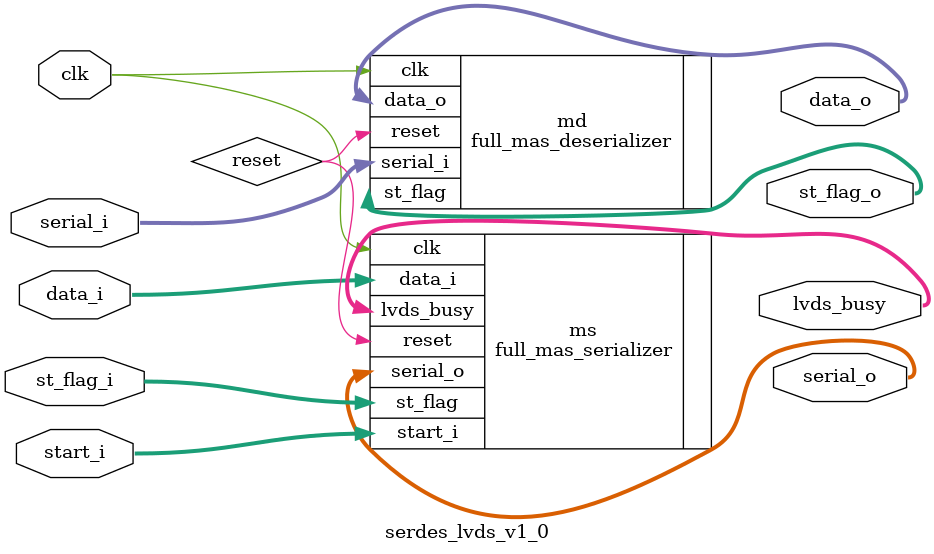
<source format=v>

`timescale 1 ns / 1 ps

	module serdes_lvds_v1_0 
	(
	   // serialized output data
	   output [22:0] serial_o,
	   // busy flag, serializer send something
       output [22:0] lvds_busy,
       // st_flag output infors controller that it is
       // begin || end of the frame
       output [22:0] st_flag_o,
       output [183:0] data_o,
	   input clk, 
	   // Begin to encode && send serialized data
	   input [22:0] start_i,
	   // serialized input data
	   input [22:0] serial_i,
	   // st_flag input means not to encode data for this pin
       // It used when we send start/stop byte(0x7E)
	   input [22:0] st_flag_i,
	   input [183:0] data_i 
	);
    
    // Massive of serializer modules
    full_mas_serializer ms(
        .clk(clk),
        .reset(reset),
        .data_i(data_i),
        .st_flag(st_flag_i),
        .start_i(start_i),
        .lvds_busy(lvds_busy),
        .serial_o(serial_o)
    );
    
    // Massive of deserializer modules
    full_mas_deserializer md(
        .clk(clk),
        .reset(reset),
        .serial_i(serial_i),
        .st_flag(st_flag_o),
        .data_o(data_o)
    );

	endmodule

</source>
